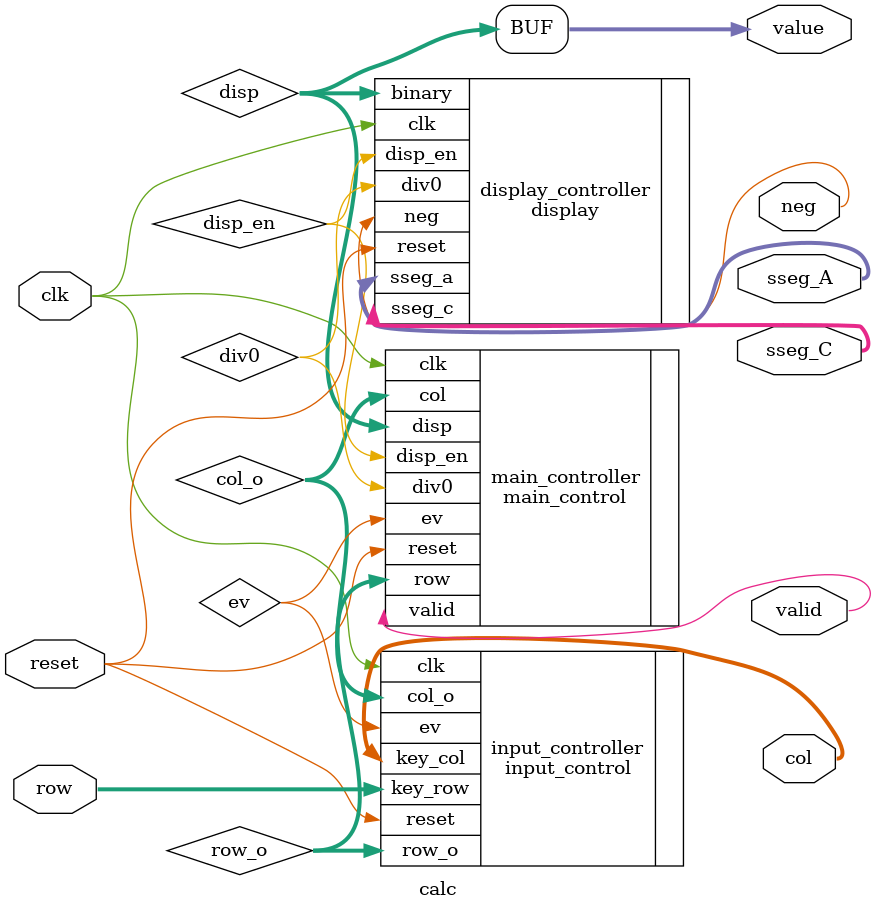
<source format=sv>


module calc (
	output [3:0] col,
	input [3:0] row,
	output [6:0] sseg_A,
	output [9:0] sseg_C,
	output [35:0] value,
  output valid,
	output neg,


	input clk,
	input reset

);

//Input controller

wire ev;
wire [3:0] row_o;
wire [3:0] col_o;


wire [35:0] disp;
wire div0;

input_control input_controller(
	.key_col(col),
	.key_row(row),
	.ev(ev),
	.row_o(row_o),
	.col_o(col_o),
	.clk(clk),
	.reset(reset));

//main controller
wire disp_en;
main_control main_controller(
	.col(col_o),
	.row(row_o),
	.ev(ev),
	.disp_en(disp_en),
	.disp(disp),
  .valid(valid),
	.div0(div0),
	.clk(clk),
	.reset(reset)
);


//display components
display display_controller(
	.binary(disp),
	.disp_en(disp_en),
	.sseg_a(sseg_A),
	.sseg_c(sseg_C),
	.div0(div0),
	.neg(neg),
	.clk(clk),
	.reset(reset)
);

//wire out disp for scoreboard
assign value = disp;

endmodule

</source>
